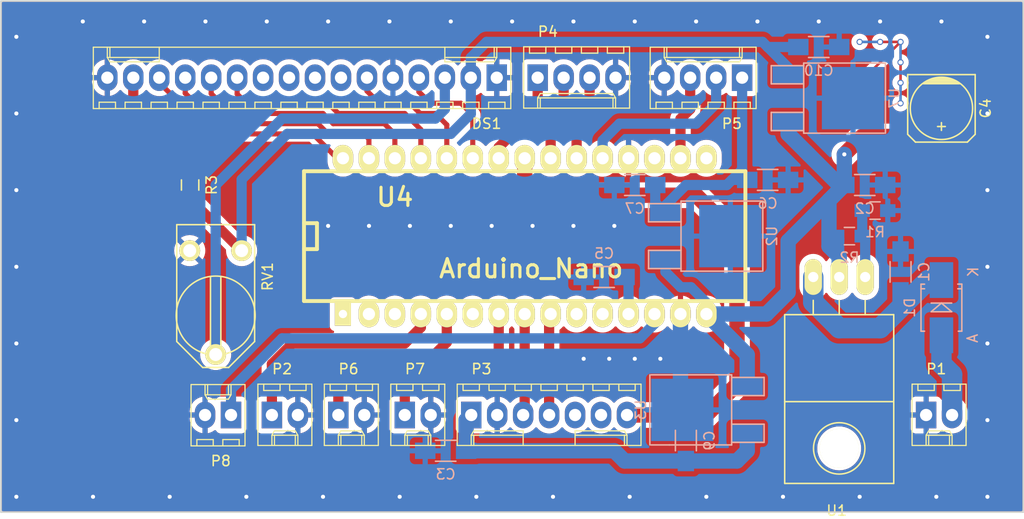
<source format=kicad_pcb>
(kicad_pcb (version 20221018) (generator pcbnew)
  (layers (0 "F.Cu" signal) (31 "B.Cu" signal) (34 "B.Paste" user) (35 "F.Paste" user) (36 "B.SilkS" user "B.Silkscreen") (37 "F.SilkS" user "F.Silkscreen") (38 "B.Mask" user) (39 "F.Mask" user) (44 "Edge.Cuts" user))
  (net 0 "")
  (net 1 "Net-(C1-Pad1)")
  (net 2 "GND")
  (net 3 "Net-(C3-Pad2)")
  (net 4 "Net-(C5-Pad1)")
  (net 5 "Net-(DS1-Pad3)")
  (net 6 "Net-(DS1-Pad4)")
  (net 7 "Net-(DS1-Pad6)")
  (net 8 "Net-(DS1-Pad11)")
  (net 9 "Net-(DS1-Pad12)")
  (net 10 "Net-(DS1-Pad13)")
  (net 11 "Net-(DS1-Pad14)")
  (net 12 "Net-(DS1-Pad15)")
  (net 13 "Net-(P3-Pad3)")
  (net 14 "Net-(P3-Pad4)")
  (net 15 "Net-(P3-Pad7)")
  (net 16 "Net-(R1-Pad1)")
  (net 17 "+8V")
  (net 18 "+5C")
  (net 19 "+5P")
  (net 20 "+12V")
  (net 21 "Net-(P8-Pad1)")
  (net 22 "Net-(P2-Pad1)")
  (net 23 "Net-(P4-Pad1)")
  (net 24 "Net-(P4-Pad2)")
  (net 25 "Net-(P4-Pad3)")
  (net 26 "Net-(P5-Pad2)")
  (net 27 "Net-(P5-Pad3)")
  (net 28 "Net-(P6-Pad1)")
  (net 29 "Net-(P7-Pad1)")
  (footprint "Capacitors_SMD:C_0805_HandSoldering" (layer "F.Cu") (at 109.5 87 -90)
    (fp_text reference "R3" (at 0 -2.1 270) (layer "F.SilkS"))
    (fp_text value "330")
    (pad "1" smd rect (at -1.25 0 270) (size 1.5 1.25) (layers "F.Cu" "F.Paste" "F.Mask") (net 12 "Net-(DS1-Pad15)"))
    (pad "2" smd rect (at 1.25 0 270) (size 1.5 1.25) (layers "F.Cu" "F.Paste" "F.Mask") (net 19 "+5P"))
  )
  (footprint "Discret:RV2X4" (layer "F.Cu") (at 112 98.5 -90)
    (fp_text reference "RV1" (at -2.54 -5.08 270) (layer "F.SilkS"))
    (fp_text value "10k")
    (pad "1" thru_hole circle (at -5.08 -2.54 270) (size 2.032 2.032) (drill 1.27) (layers "*.Cu" "*.Mask" "F.SilkS") (net 19 "+5P"))
    (pad "2" thru_hole circle (at 5.08 0 270) (size 2.032 2.032) (drill 1.27) (layers "*.Cu" "*.Mask" "F.SilkS") (net 5 "Net-(DS1-Pad3)"))
    (pad "3" thru_hole circle (at -5.08 2.54 270) (size 2.032 2.032) (drill 1.27) (layers "*.Cu" "*.Mask" "F.SilkS") (net 2 "GND"))
  )
  (footprint "arduino:arduino_nano" (layer "F.Cu") (at 143.5 92)
    (fp_text reference "U4" (at -13.97 -3.81) (layer "F.SilkS") (effects (font (size 1.778 1.778) (thickness 0.3048))))
    (fp_text value "Arduino_Nano" (at -0.635 3.175) (layer "F.SilkS") (effects (font (size 1.778 1.778) (thickness 0.3048))))
    (pad "1" thru_hole rect (at -19.05 7.62) (size 1.5748 2.286) (drill 0.8128) (layers "*.Cu" "*.Mask" "F.SilkS"))
    (pad "2" thru_hole oval (at -16.51 7.62) (size 2 2.6) (drill 1.2) (layers "*.Cu" "*.Mask" "F.SilkS"))
    (pad "3" thru_hole oval (at -13.97 7.62) (size 2 2.6) (drill 1.2) (layers "*.Cu" "*.Mask" "F.SilkS"))
    (pad "4" thru_hole oval (at -11.43 7.62) (size 2 2.6) (drill 1.2) (layers "*.Cu" "*.Mask" "F.SilkS") (net 22 "Net-(P2-Pad1)"))
    (pad "5" thru_hole oval (at -8.89 7.62) (size 2 2.6) (drill 1.2) (layers "*.Cu" "*.Mask" "F.SilkS") (net 28 "Net-(P6-Pad1)"))
    (pad "6" thru_hole oval (at -6.35 7.62) (size 2 2.6) (drill 1.2) (layers "*.Cu" "*.Mask" "F.SilkS"))
    (pad "7" thru_hole oval (at -3.81 7.62) (size 2 2.6) (drill 1.2) (layers "*.Cu" "*.Mask" "F.SilkS") (net 29 "Net-(P7-Pad1)"))
    (pad "8" thru_hole oval (at -1.27 7.62) (size 2 2.6) (drill 1.2) (layers "*.Cu" "*.Mask" "F.SilkS") (net 13 "Net-(P3-Pad3)"))
    (pad "9" thru_hole oval (at 1.27 7.62) (size 2 2.6) (drill 1.2) (layers "*.Cu" "*.Mask" "F.SilkS") (net 14 "Net-(P3-Pad4)"))
    (pad "10" thru_hole oval (at 3.81 7.62) (size 2 2.6) (drill 1.2) (layers "*.Cu" "*.Mask" "F.SilkS"))
    (pad "11" thru_hole oval (at 6.35 7.62) (size 2 2.6) (drill 1.2) (layers "*.Cu" "*.Mask" "F.SilkS"))
    (pad "12" thru_hole oval (at 8.89 7.62) (size 2 2.6) (drill 1.2) (layers "*.Cu" "*.Mask" "F.SilkS") (net 4 "Net-(C5-Pad1)"))
    (pad "13" thru_hole oval (at 11.43 7.62) (size 2 2.6) (drill 1.2) (layers "*.Cu" "*.Mask" "F.SilkS") (net 21 "Net-(P8-Pad1)"))
    (pad "14" thru_hole oval (at 13.97 7.62) (size 2 2.6) (drill 1.2) (layers "*.Cu" "*.Mask" "F.SilkS") (net 2 "GND"))
    (pad "15" thru_hole oval (at 16.51 7.62) (size 2 2.6) (drill 1.2) (layers "*.Cu" "*.Mask" "F.SilkS") (net 17 "+8V"))
    (pad "16" thru_hole oval (at 16.51 -7.62) (size 2 2.6) (drill 1.2) (layers "*.Cu" "*.Mask" "F.SilkS"))
    (pad "17" thru_hole oval (at 13.97 -7.62) (size 2 2.6) (drill 1.2) (layers "*.Cu" "*.Mask" "F.SilkS") (net 27 "Net-(P5-Pad3)"))
    (pad "18" thru_hole oval (at 11.43 -7.62) (size 2 2.6) (drill 1.2) (layers "*.Cu" "*.Mask" "F.SilkS"))
    (pad "19" thru_hole oval (at 8.89 -7.62) (size 2 2.6) (drill 1.2) (layers "*.Cu" "*.Mask" "F.SilkS") (net 2 "GND"))
    (pad "20" thru_hole oval (at 6.35 -7.62) (size 2 2.6) (drill 1.2) (layers "*.Cu" "*.Mask" "F.SilkS") (net 26 "Net-(P5-Pad2)"))
    (pad "21" thru_hole oval (at 3.81 -7.62) (size 2 2.6) (drill 1.2) (layers "*.Cu" "*.Mask" "F.SilkS") (net 25 "Net-(P4-Pad3)"))
    (pad "22" thru_hole oval (at 1.27 -7.62) (size 2 2.6) (drill 1.2) (layers "*.Cu" "*.Mask" "F.SilkS") (net 24 "Net-(P4-Pad2)"))
    (pad "23" thru_hole oval (at -1.27 -7.62) (size 2 2.6) (drill 1.2) (layers "*.Cu" "*.Mask" "F.SilkS") (net 15 "Net-(P3-Pad7)"))
    (pad "24" thru_hole oval (at -3.81 -7.62) (size 2 2.6) (drill 1.2) (layers "*.Cu" "*.Mask" "F.SilkS") (net 23 "Net-(P4-Pad1)"))
    (pad "25" thru_hole oval (at -6.35 -7.62) (size 2 2.6) (drill 1.2) (layers "*.Cu" "*.Mask" "F.SilkS") (net 6 "Net-(DS1-Pad4)"))
    (pad "26" thru_hole oval (at -8.89 -7.62) (size 2 2.6) (drill 1.2) (layers "*.Cu" "*.Mask" "F.SilkS") (net 7 "Net-(DS1-Pad6)"))
    (pad "27" thru_hole oval (at -11.43 -7.62) (size 2 2.6) (drill 1.2) (layers "*.Cu" "*.Mask" "F.SilkS") (net 8 "Net-(DS1-Pad11)"))
    (pad "28" thru_hole oval (at -13.97 -7.62) (size 2 2.6) (drill 1.2) (layers "*.Cu" "*.Mask" "F.SilkS") (net 9 "Net-(DS1-Pad12)"))
    (pad "29" thru_hole oval (at -16.51 -7.62) (size 2 2.6) (drill 1.2) (layers "*.Cu" "*.Mask" "F.SilkS") (net 10 "Net-(DS1-Pad13)"))
    (pad "30" thru_hole oval (at -19.05 -7.62) (size 2 2.6) (drill 1.2) (layers "*.Cu" "*.Mask" "F.SilkS") (net 11 "Net-(DS1-Pad14)"))
  )
  (footprint "TO_SOT_Packages_THT:TO-220_Neutral123_Horizontal_LargePads" (layer "F.Cu") (at 173 96 180)
    (fp_text reference "U1" (at 0.24892 -22.84984 180) (layer "F.SilkS"))
    (fp_text value "LM317T")
    (pad "" np_thru_hole circle (at 0 -16.764 270) (size 3.79984 3.79984) (drill 3.79984) (layers "*.Cu" "*.Mask" "F.SilkS"))
    (pad "1" thru_hole oval (at -2.54 0 270) (size 3.50012 1.69926) (drill 1.00076) (layers "*.Cu" "*.Mask" "F.SilkS") (net 16 "Net-(R1-Pad1)"))
    (pad "2" thru_hole oval (at 0 0 270) (size 3.50012 1.69926) (drill 1.00076) (layers "*.Cu" "*.Mask" "F.SilkS") (net 17 "+8V"))
    (pad "3" thru_hole oval (at 2.54 0 270) (size 3.50012 1.69926) (drill 1.00076) (layers "*.Cu" "*.Mask" "F.SilkS") (net 1 "Net-(C1-Pad1)"))
  )
  (footprint "Capacitors_SMD:c_elec_6.3x7.7" (layer "F.Cu") (at 183 79.5 -90)
    (fp_text reference "C4" (at 0 -4.318 270) (layer "F.SilkS"))
    (fp_text value "1500uF")
    (pad "1" smd rect (at 3 0 270) (size 5 2.5) (layers "F.Cu" "F.Paste" "F.Mask") (net 17 "+8V"))
    (pad "2" smd rect (at -3.5 0 270) (size 5 2.5) (layers "F.Cu" "F.Paste" "F.Mask") (net 2 "GND"))
  )
  (footprint "Connectors_Molex:Molex_KK-6410-02_02x2.54mm_Straight" (layer "F.Cu") (at 113.5 109.5 180)
    (fp_text reference "P8" (at 1 -4.5 180) (layer "F.SilkS"))
    (fp_text value "Reset")
    (pad "1" thru_hole rect (at 0 0 180) (size 2 2.6) (drill 1.2) (layers "*.Cu" "*.Mask") (net 21 "Net-(P8-Pad1)"))
    (pad "2" thru_hole oval (at 2.54 0 180) (size 2 2.6) (drill 1.2) (layers "*.Cu" "*.Mask") (net 2 "GND"))
  )
  (footprint "Connectors_Molex:Molex_KK-6410-16_16x2.54mm_Straight" (layer "F.Cu") (at 139.5 76.5 180)
    (fp_text reference "DS1" (at 1 -4.5 180) (layer "F.SilkS"))
    (fp_text value "LCD16X2")
    (pad "1" thru_hole rect (at 0 0 180) (size 2 2.6) (drill 1.2) (layers "*.Cu" "*.Mask") (net 2 "GND"))
    (pad "2" thru_hole oval (at 2.54 0 180) (size 2 2.6) (drill 1.2) (layers "*.Cu" "*.Mask") (net 19 "+5P"))
    (pad "3" thru_hole oval (at 5.08 0 180) (size 2 2.6) (drill 1.2) (layers "*.Cu" "*.Mask") (net 5 "Net-(DS1-Pad3)"))
    (pad "4" thru_hole oval (at 7.62 0 180) (size 2 2.6) (drill 1.2) (layers "*.Cu" "*.Mask") (net 6 "Net-(DS1-Pad4)"))
    (pad "5" thru_hole oval (at 10.16 0 180) (size 2 2.6) (drill 1.2) (layers "*.Cu" "*.Mask") (net 2 "GND"))
    (pad "6" thru_hole oval (at 12.7 0 180) (size 2 2.6) (drill 1.2) (layers "*.Cu" "*.Mask") (net 7 "Net-(DS1-Pad6)"))
    (pad "7" thru_hole oval (at 15.24 0 180) (size 2 2.6) (drill 1.2) (layers "*.Cu" "*.Mask"))
    (pad "8" thru_hole oval (at 17.78 0 180) (size 2 2.6) (drill 1.2) (layers "*.Cu" "*.Mask"))
    (pad "9" thru_hole oval (at 20.32 0 180) (size 2 2.6) (drill 1.2) (layers "*.Cu" "*.Mask"))
    (pad "10" thru_hole oval (at 22.86 0 180) (size 2 2.6) (drill 1.2) (layers "*.Cu" "*.Mask"))
    (pad "11" thru_hole oval (at 25.4 0 180) (size 2 2.6) (drill 1.2) (layers "*.Cu" "*.Mask") (net 8 "Net-(DS1-Pad11)"))
    (pad "12" thru_hole oval (at 27.94 0 180) (size 2 2.6) (drill 1.2) (layers "*.Cu" "*.Mask") (net 9 "Net-(DS1-Pad12)"))
    (pad "13" thru_hole oval (at 30.48 0 180) (size 2 2.6) (drill 1.2) (layers "*.Cu" "*.Mask") (net 10 "Net-(DS1-Pad13)"))
    (pad "14" thru_hole oval (at 33.02 0 180) (size 2 2.6) (drill 1.2) (layers "*.Cu" "*.Mask") (net 11 "Net-(DS1-Pad14)"))
    (pad "15" thru_hole oval (at 35.56 0 180) (size 2 2.6) (drill 1.2) (layers "*.Cu" "*.Mask") (net 12 "Net-(DS1-Pad15)"))
    (pad "16" thru_hole oval (at 38.1 0 180) (size 2 2.6) (drill 1.2) (layers "*.Cu" "*.Mask") (net 2 "GND"))
  )
  (footprint "Connectors_Molex:Molex_KK-6410-02_02x2.54mm_Straight" (layer "F.Cu") (at 181.5 109.5)
    (fp_text reference "P1" (at 1 -4.5) (layer "F.SilkS"))
    (fp_text value "12V in")
    (pad "1" thru_hole rect (at 0 0) (size 2 2.6) (drill 1.2) (layers "*.Cu" "*.Mask") (net 2 "GND"))
    (pad "2" thru_hole oval (at 2.54 0) (size 2 2.6) (drill 1.2) (layers "*.Cu" "*.Mask") (net 20 "+12V"))
  )
  (footprint "Connectors_Molex:Molex_KK-6410-02_02x2.54mm_Straight" (layer "F.Cu") (at 117.5 109.5)
    (fp_text reference "P2" (at 1 -4.5) (layer "F.SilkS"))
    (fp_text value "DWN")
    (pad "1" thru_hole rect (at 0 0) (size 2 2.6) (drill 1.2) (layers "*.Cu" "*.Mask") (net 22 "Net-(P2-Pad1)"))
    (pad "2" thru_hole oval (at 2.54 0) (size 2 2.6) (drill 1.2) (layers "*.Cu" "*.Mask") (net 2 "GND"))
  )
  (footprint "Connectors_Molex:Molex_KK-6410-07_07x2.54mm_Straight" (layer "F.Cu") (at 137 109.5)
    (fp_text reference "P3" (at 1 -4.5) (layer "F.SilkS"))
    (fp_text value "Si5351")
    (pad "1" thru_hole rect (at 0 0) (size 2 2.6) (drill 1.2) (layers "*.Cu" "*.Mask") (net 3 "Net-(C3-Pad2)"))
    (pad "2" thru_hole oval (at 2.54 0) (size 2 2.6) (drill 1.2) (layers "*.Cu" "*.Mask") (net 2 "GND"))
    (pad "3" thru_hole oval (at 5.08 0) (size 2 2.6) (drill 1.2) (layers "*.Cu" "*.Mask") (net 13 "Net-(P3-Pad3)"))
    (pad "4" thru_hole oval (at 7.62 0) (size 2 2.6) (drill 1.2) (layers "*.Cu" "*.Mask") (net 14 "Net-(P3-Pad4)"))
    (pad "5" thru_hole oval (at 10.16 0) (size 2 2.6) (drill 1.2) (layers "*.Cu" "*.Mask"))
    (pad "6" thru_hole oval (at 12.7 0) (size 2 2.6) (drill 1.2) (layers "*.Cu" "*.Mask"))
    (pad "7" thru_hole oval (at 15.24 0) (size 2 2.6) (drill 1.2) (layers "*.Cu" "*.Mask") (net 15 "Net-(P3-Pad7)"))
  )
  (footprint "Connectors_Molex:Molex_KK-6410-04_04x2.54mm_Straight" (layer "F.Cu") (at 143.5 76.5)
    (fp_text reference "P4" (at 1 -4.5) (layer "F.SilkS"))
    (fp_text value "Encoder")
    (pad "1" thru_hole rect (at 0 0) (size 2 2.6) (drill 1.2) (layers "*.Cu" "*.Mask") (net 23 "Net-(P4-Pad1)"))
    (pad "2" thru_hole oval (at 2.54 0) (size 2 2.6) (drill 1.2) (layers "*.Cu" "*.Mask") (net 24 "Net-(P4-Pad2)"))
    (pad "3" thru_hole oval (at 5.08 0) (size 2 2.6) (drill 1.2) (layers "*.Cu" "*.Mask") (net 25 "Net-(P4-Pad3)"))
    (pad "4" thru_hole oval (at 7.62 0) (size 2 2.6) (drill 1.2) (layers "*.Cu" "*.Mask") (net 2 "GND"))
  )
  (footprint "Connectors_Molex:Molex_KK-6410-04_04x2.54mm_Straight" (layer "F.Cu") (at 163.5 76.5 180)
    (fp_text reference "P5" (at 1 -4.5 180) (layer "F.SilkS"))
    (fp_text value "GPS")
    (pad "1" thru_hole rect (at 0 0 180) (size 2 2.6) (drill 1.2) (layers "*.Cu" "*.Mask") (net 18 "+5C"))
    (pad "2" thru_hole oval (at 2.54 0 180) (size 2 2.6) (drill 1.2) (layers "*.Cu" "*.Mask") (net 26 "Net-(P5-Pad2)"))
    (pad "3" thru_hole oval (at 5.08 0 180) (size 2 2.6) (drill 1.2) (layers "*.Cu" "*.Mask") (net 27 "Net-(P5-Pad3)"))
    (pad "4" thru_hole oval (at 7.62 0 180) (size 2 2.6) (drill 1.2) (layers "*.Cu" "*.Mask") (net 2 "GND"))
  )
  (footprint "Connectors_Molex:Molex_KK-6410-02_02x2.54mm_Straight" (layer "F.Cu") (at 124 109.5)
    (fp_text reference "P6" (at 1 -4.5) (layer "F.SilkS"))
    (fp_text value "UP")
    (pad "1" thru_hole rect (at 0 0) (size 2 2.6) (drill 1.2) (layers "*.Cu" "*.Mask") (net 28 "Net-(P6-Pad1)"))
    (pad "2" thru_hole oval (at 2.54 0) (size 2 2.6) (drill 1.2) (layers "*.Cu" "*.Mask") (net 2 "GND"))
  )
  (footprint "Connectors_Molex:Molex_KK-6410-02_02x2.54mm_Straight" (layer "F.Cu") (at 130.5 109.5)
    (fp_text reference "P7" (at 1 -4.5) (layer "F.SilkS"))
    (fp_text value "Band")
    (pad "1" thru_hole rect (at 0 0) (size 2 2.6) (drill 1.2) (layers "*.Cu" "*.Mask") (net 29 "Net-(P7-Pad1)"))
    (pad "2" thru_hole oval (at 2.54 0) (size 2 2.6) (drill 1.2) (layers "*.Cu" "*.Mask") (net 2 "GND"))
  )
  (footprint "Capacitors_SMD:C_1206_HandSoldering" (layer "B.Cu") (at 179 95.5 90)
    (fp_text reference "C1" (at 0 2.3 90) (layer "B.SilkS") (effects (justify mirror)))
    (fp_text value "100n")
    (pad "1" smd rect (at -2 0 90) (size 2 1.6) (layers "B.Cu" "B.Paste" "B.Mask") (net 1 "Net-(C1-Pad1)"))
    (pad "2" smd rect (at 2 0 90) (size 2 1.6) (layers "B.Cu" "B.Paste" "B.Mask") (net 2 "GND"))
  )
  (footprint "Capacitors_SMD:C_1206_HandSoldering" (layer "B.Cu") (at 175.5 87)
    (fp_text reference "C2" (at 0 2.3) (layer "B.SilkS") (effects (justify mirror)))
    (fp_text value "100n")
    (pad "1" smd rect (at -2 0) (size 2 1.6) (layers "B.Cu" "B.Paste" "B.Mask") (net 17 "+8V"))
    (pad "2" smd rect (at 2 0) (size 2 1.6) (layers "B.Cu" "B.Paste" "B.Mask") (net 2 "GND"))
  )
  (footprint "Capacitors_SMD:C_1206_HandSoldering" (layer "B.Cu") (at 134.5 113)
    (fp_text reference "C3" (at 0 2.3) (layer "B.SilkS") (effects (justify mirror)))
    (fp_text value "100n")
    (pad "1" smd rect (at -2 0) (size 2 1.6) (layers "B.Cu" "B.Paste" "B.Mask") (net 2 "GND"))
    (pad "2" smd rect (at 2 0) (size 2 1.6) (layers "B.Cu" "B.Paste" "B.Mask") (net 3 "Net-(C3-Pad2)"))
  )
  (footprint "Capacitors_SMD:C_1206_HandSoldering" (layer "B.Cu") (at 150 96 180)
    (fp_text reference "C5" (at 0 2.3 180) (layer "B.SilkS") (effects (justify mirror)))
    (fp_text value "100n")
    (pad "1" smd rect (at -2 0 180) (size 2 1.6) (layers "B.Cu" "B.Paste" "B.Mask") (net 4 "Net-(C5-Pad1)"))
    (pad "2" smd rect (at 2 0 180) (size 2 1.6) (layers "B.Cu" "B.Paste" "B.Mask") (net 2 "GND"))
  )
  (footprint "Capacitors_SMD:C_1206_HandSoldering" (layer "B.Cu") (at 166 86.5)
    (fp_text reference "C6" (at 0 2.3) (layer "B.SilkS") (effects (justify mirror)))
    (fp_text value "100n")
    (pad "1" smd rect (at -2 0) (size 2 1.6) (layers "B.Cu" "B.Paste" "B.Mask") (net 18 "+5C"))
    (pad "2" smd rect (at 2 0) (size 2 1.6) (layers "B.Cu" "B.Paste" "B.Mask") (net 2 "GND"))
  )
  (footprint "Capacitors_SMD:C_1206_HandSoldering" (layer "B.Cu") (at 153 87)
    (fp_text reference "C7" (at 0 2.3) (layer "B.SilkS") (effects (justify mirror)))
    (fp_text value "100n")
    (pad "1" smd rect (at -2 0) (size 2 1.6) (layers "B.Cu" "B.Paste" "B.Mask") (net 2 "GND"))
    (pad "2" smd rect (at 2 0) (size 2 1.6) (layers "B.Cu" "B.Paste" "B.Mask") (net 18 "+5C"))
  )
  (footprint "Capacitors_SMD:C_1206_HandSoldering" (layer "B.Cu") (at 158 112 90)
    (fp_text reference "C9" (at 0 2.3 90) (layer "B.SilkS") (effects (justify mirror)))
    (fp_text value "100n")
    (pad "1" smd rect (at -2 0 90) (size 2 1.6) (layers "B.Cu" "B.Paste" "B.Mask") (net 3 "Net-(C3-Pad2)"))
    (pad "2" smd rect (at 2 0 90) (size 2 1.6) (layers "B.Cu" "B.Paste" "B.Mask") (net 2 "GND"))
  )
  (footprint "Capacitors_SMD:C_1206_HandSoldering" (layer "B.Cu") (at 171 73.5)
    (fp_text reference "C10" (at 0 2.3) (layer "B.SilkS") (effects (justify mirror)))
    (fp_text value "100n")
    (pad "1" smd rect (at -2 0) (size 2 1.6) (layers "B.Cu" "B.Paste" "B.Mask") (net 19 "+5P"))
    (pad "2" smd rect (at 2 0) (size 2 1.6) (layers "B.Cu" "B.Paste" "B.Mask") (net 2 "GND"))
  )
  (footprint "Capacitors_SMD:C_0805_HandSoldering" (layer "B.Cu") (at 176.5 89.5)
    (fp_text reference "R1" (at 0 2.1) (layer "B.SilkS") (effects (justify mirror)))
    (fp_text value "1300")
    (pad "1" smd rect (at -1.25 0) (size 1.5 1.25) (layers "B.Cu" "B.Paste" "B.Mask") (net 16 "Net-(R1-Pad1)"))
    (pad "2" smd rect (at 1.25 0) (size 1.5 1.25) (layers "B.Cu" "B.Paste" "B.Mask") (net 2 "GND"))
  )
  (footprint "Capacitors_SMD:C_0805_HandSoldering" (layer "B.Cu") (at 174 92)
    (fp_text reference "R2" (at 0 2.1) (layer "B.SilkS") (effects (justify mirror)))
    (fp_text value "240")
    (pad "1" smd rect (at -1.25 0) (size 1.5 1.25) (layers "B.Cu" "B.Paste" "B.Mask") (net 17 "+8V"))
    (pad "2" smd rect (at 1.25 0) (size 1.5 1.25) (layers "B.Cu" "B.Paste" "B.Mask") (net 16 "Net-(R1-Pad1)"))
  )
  (footprint "TO_SOT_Packages_SMD:TO-252-2Lead" (layer "B.Cu") (at 156 92 90)
    (fp_text reference "U2" (at 0 10.414 90) (layer "B.SilkS") (effects (justify mirror)))
    (fp_text value "MC78M05CDT")
    (pad "1" smd rect (at -2.286 0 90) (size 1.651 3.048) (layers "B.Cu" "B.Paste" "B.Mask") (net 17 "+8V"))
    (pad "2" smd rect (at 0 6.35 90) (size 6.096 6.096) (layers "B.Cu" "B.Paste" "B.Mask") (net 2 "GND"))
    (pad "3" smd rect (at 2.286 0 90) (size 1.651 3.048) (layers "B.Cu" "B.Paste" "B.Mask") (net 18 "+5C"))
  )
  (footprint "TO_SOT_Packages_SMD:TO-252-2Lead" (layer "B.Cu") (at 164 109 -90)
    (fp_text reference "U3" (at 0 10.414 270) (layer "B.SilkS") (effects (justify mirror)))
    (fp_text value "MC78M05CDT")
    (pad "1" smd rect (at -2.286 0 270) (size 1.651 3.048) (layers "B.Cu" "B.Paste" "B.Mask") (net 17 "+8V"))
    (pad "2" smd rect (at 0 6.35 270) (size 6.096 6.096) (layers "B.Cu" "B.Paste" "B.Mask") (net 2 "GND"))
    (pad "3" smd rect (at 2.286 0 270) (size 1.651 3.048) (layers "B.Cu" "B.Paste" "B.Mask") (net 3 "Net-(C3-Pad2)"))
  )
  (footprint "TO_SOT_Packages_SMD:TO-252-2Lead" (layer "B.Cu") (at 168 78.5 90)
    (fp_text reference "U7" (at 0 10.414 90) (layer "B.SilkS") (effects (justify mirror)))
    (fp_text value "MC78M05CDT")
    (pad "1" smd rect (at -2.286 0 90) (size 1.651 3.048) (layers "B.Cu" "B.Paste" "B.Mask") (net 17 "+8V"))
    (pad "2" smd rect (at 0 6.35 90) (size 6.096 6.096) (layers "B.Cu" "B.Paste" "B.Mask") (net 2 "GND"))
    (pad "3" smd rect (at 2.286 0 90) (size 1.651 3.048) (layers "B.Cu" "B.Paste" "B.Mask") (net 19 "+5P"))
  )
  (footprint "Diodes_SMD:SMB_Handsoldering" (layer "B.Cu") (at 183 99 -90)
    (fp_text reference "D1" (at 0 3.1 270) (layer "B.SilkS") (effects (justify mirror)))
    (fp_text value "D_Schottky")
    (fp_text user "K" (at -3.5 -3.1 270) (layer "B.SilkS") (effects (justify mirror)))
    (fp_text user "A" (at 3 -3.05 270) (layer "B.SilkS") (effects (justify mirror)))
    (pad "1" smd rect (at -2.70002 0 270) (size 3.50012 2.30124) (layers "B.Cu" "B.Paste" "B.Mask") (net 1 "Net-(C1-Pad1)"))
    (pad "2" smd rect (at 2.70002 0 270) (size 3.50012 2.30124) (layers "B.Cu" "B.Paste" "B.Mask") (net 20 "+12V"))
  )
  (gr_line (start 191 119) (end 91 119) (stroke (width 0.15)) (layer "Edge.Cuts"))
  (gr_line (start 91 119) (end 91 69) (stroke (width 0.15)) (layer "Edge.Cuts"))
  (gr_line (start 191 69) (end 191 119) (stroke (width 0.15)) (layer "Edge.Cuts"))
  (gr_line (start 91 69) (end 191 69) (stroke (width 0.15)) (layer "Edge.Cuts"))
  (segment (start 175 77) (end 179 73) (width 0.25) (layer "F.Cu") (net 0))
  (segment (start 179 75) (end 179 77) (width 0.25) (layer "F.Cu") (net 0))
  (segment (start 175 78) (end 175 77) (width 0.25) (layer "F.Cu") (net 0))
  (segment (start 179 73) (end 177 73) (width 0.25) (layer "F.Cu") (net 0))
  (via (at 177 73) (size 0.6) (drill 0.4) (layers "F.Cu" "B.Cu") (net 0))
  (via (at 179 73) (size 0.6) (drill 0.4) (layers "F.Cu" "B.Cu") (net 0))
  (via (at 175 73) (size 0.6) (drill 0.4) (layers "F.Cu" "B.Cu") (net 0))
  (via (at 179 77) (size 0.6) (drill 0.4) (layers "F.Cu" "B.Cu") (net 0))
  (via (at 179 79) (size 0.6) (drill 0.4) (layers "F.Cu" "B.Cu") (net 0))
  (via (at 179 75) (size 0.6) (drill 0.4) (layers "F.Cu" "B.Cu") (net 0))
  (segment (start 179 73) (end 179 75) (width 0.25) (layer "B.Cu") (net 0))
  (segment (start 179 77) (end 179 79) (width 0.25) (layer "B.Cu") (net 0))
  (segment (start 177 73) (end 175 73) (width 0.25) (layer "B.Cu") (net 0))
  (segment (start 181.70002 96.29998) (end 177 101) (width 2) (layer "B.Cu") (net 1))
  (segment (start 177 101) (end 173 101) (width 2) (layer "B.Cu") (net 1))
  (segment (start 173 101) (end 170.46 98.46) (width 2) (layer "B.Cu") (net 1))
  (segment (start 170.46 98.46) (end 170.46 96) (width 2) (layer "B.Cu") (net 1))
  (segment (start 181.79998 97.5) (end 183 96.29998) (width 0.25) (layer "B.Cu") (net 1))
  (segment (start 179 98) (end 179.5 98.5) (width 0.25) (layer "B.Cu") (net 1))
  (segment (start 179.5 98.5) (end 179 97.5) (width 0.25) (layer "B.Cu") (net 1))
  (segment (start 183 96.29998) (end 181.70002 96.29998) (width 2) (layer "B.Cu") (net 1))
  (segment (start 179 97.5) (end 181.79998 97.5) (width 0.25) (layer "B.Cu") (net 1))
  (segment (start 179 97.5) (end 179 98) (width 0.25) (layer "B.Cu") (net 1))
  (segment (start 151 91) (end 147 91) (width 0.25) (layer "F.Cu") (net 2))
  (segment (start 143 91) (end 139 91) (width 0.25) (layer "F.Cu") (net 2))
  (segment (start 135 91) (end 131 91) (width 0.25) (layer "F.Cu") (net 2))
  (segment (start 127 91) (end 123 91) (width 0.25) (layer "F.Cu") (net 2))
  (segment (start 155.5 104) (end 153 104) (width 0.25) (layer "F.Cu") (net 2))
  (segment (start 150.5 104) (end 148 104) (width 0.25) (layer "F.Cu") (net 2))
  (segment (start 184 76) (end 187.5 72.5) (width 0.25) (layer "F.Cu") (net 2))
  (segment (start 187.5 80) (end 187.5 87.5) (width 0.25) (layer "F.Cu") (net 2))
  (segment (start 187.5 95) (end 187.5 102.5) (width 0.25) (layer "F.Cu") (net 2))
  (segment (start 187.5 110) (end 187.5 117.5) (width 0.25) (layer "F.Cu") (net 2))
  (segment (start 92.5 72.5) (end 92.5 80) (width 0.25) (layer "F.Cu") (net 2))
  (segment (start 92.5 87.5) (end 92.5 95) (width 0.25) (layer "F.Cu") (net 2))
  (segment (start 92.5 102.5) (end 92.5 110) (width 0.25) (layer "F.Cu") (net 2))
  (segment (start 108 109.5) (end 100 117.5) (width 0.25) (layer "F.Cu") (net 2))
  (segment (start 107.5 117.5) (end 115 117.5) (width 0.25) (layer "F.Cu") (net 2))
  (segment (start 122.5 117.5) (end 130 117.5) (width 0.25) (layer "F.Cu") (net 2))
  (segment (start 137.5 117.5) (end 145 117.5) (width 0.25) (layer "F.Cu") (net 2))
  (segment (start 152.5 117.5) (end 160 117.5) (width 0.25) (layer "F.Cu") (net 2))
  (segment (start 167.5 117.5) (end 175 117.5) (width 0.25) (layer "F.Cu") (net 2))
  (segment (start 177 71) (end 171 71) (width 0.25) (layer "F.Cu") (net 2))
  (segment (start 165 71) (end 159 71) (width 0.25) (layer "F.Cu") (net 2))
  (segment (start 153 71) (end 147 71) (width 0.25) (layer "F.Cu") (net 2))
  (segment (start 141 71) (end 135 71) (width 0.25) (layer "F.Cu") (net 2))
  (segment (start 129 71) (end 123 71) (width 0.25) (layer "F.Cu") (net 2))
  (segment (start 117 71) (end 111 71) (width 0.25) (layer "F.Cu") (net 2))
  (segment (start 105 71) (end 99 71) (width 0.25) (layer "F.Cu") (net 2))
  (segment (start 183 76) (end 183 71) (width 0.25) (layer "F.Cu") (net 2))
  (segment (start 110.96 109.5) (end 108 109.5) (width 0.25) (layer "F.Cu") (net 2))
  (segment (start 183 76) (end 184 76) (width 0.25) (layer "F.Cu") (net 2))
  (via (at 92.5 72.5) (size 0.6) (drill 0.4) (layers "F.Cu" "B.Cu") (net 2))
  (via (at 92.5 117.5) (size 0.6) (drill 0.4) (layers "F.Cu" "B.Cu") (net 2))
  (via (at 145 117.5) (size 0.6) (drill 0.4) (layers "F.Cu" "B.Cu") (net 2))
  (via (at 147 71) (size 0.6) (drill 0.4) (layers "F.Cu" "B.Cu") (net 2))
  (via (at 92.5 87.5) (size 0.6) (drill 0.4) (layers "F.Cu" "B.Cu") (net 2))
  (via (at 115 117.5) (size 0.6) (drill 0.4) (layers "F.Cu" "B.Cu") (net 2))
  (via (at 137.5 117.5) (size 0.6) (drill 0.4) (layers "F.Cu" "B.Cu") (net 2))
  (via (at 129 71) (size 0.6) (drill 0.4) (layers "F.Cu" "B.Cu") (net 2))
  (via (at 187.5 87.5) (size 0.6) (drill 0.4) (layers "F.Cu" "B.Cu") (net 2))
  (via (at 150.5 104) (size 0.6) (drill 0.4) (layers "F.Cu" "B.Cu") (net 2))
  (via (at 187.5 95) (size 0.6) (drill 0.4) (layers "F.Cu" "B.Cu") (net 2))
  (via (at 92.5 110) (size 0.6) (drill 0.4) (layers "F.Cu" "B.Cu") (net 2))
  (via (at 153 71) (size 0.6) (drill 0.4) (layers "F.Cu" "B.Cu") (net 2))
  (via (at 159 71) (size 0.6) (drill 0.4) (layers "F.Cu" "B.Cu") (net 2))
  (via (at 141 71) (size 0.6) (drill 0.4) (layers "F.Cu" "B.Cu") (net 2))
  (via (at 99 71) (size 0.6) (drill 0.4) (layers "F.Cu" "B.Cu") (net 2))
  (via (at 123 91) (size 0.6) (drill 0.4) (layers "F.Cu" "B.Cu") (net 2))
  (via (at 187.5 102.5) (size 0.6) (drill 0.4) (layers "F.Cu" "B.Cu") (net 2))
  (via (at 131 91) (size 0.6) (drill 0.4) (layers "F.Cu" "B.Cu") (net 2))
  (via (at 167.5 117.5) (size 0.6) (drill 0.4) (layers "F.Cu" "B.Cu") (net 2))
  (via (at 135 91) (size 0.6) (drill 0.4) (layers "F.Cu" "B.Cu") (net 2))
  (via (at 175 117.5) (size 0.6) (drill 0.4) (layers "F.Cu" "B.Cu") (net 2))
  (via (at 127 91) (size 0.6) (drill 0.4) (layers "F.Cu" "B.Cu") (net 2))
  (via (at 105 71) (size 0.6) (drill 0.4) (layers "F.Cu" "B.Cu") (net 2))
  (via (at 117 71) (size 0.6) (drill 0.4) (layers "F.Cu" "B.Cu") (net 2))
  (via (at 92.5 102.5) (size 0.6) (drill 0.4) (layers "F.Cu" "B.Cu") (net 2))
  (via (at 143 91) (size 0.6) (drill 0.4) (layers "F.Cu" "B.Cu") (net 2))
  (via (at 152.5 117.5) (size 0.6) (drill 0.4) (layers "F.Cu" "B.Cu") (net 2))
  (via (at 92.5 95) (size 0.6) (drill 0.4) (layers "F.Cu" "B.Cu") (net 2))
  (via (at 187.5 72.5) (size 0.6) (drill 0.4) (layers "F.Cu" "B.Cu") (net 2))
  (via (at 135 71) (size 0.6) (drill 0.4) (layers "F.Cu" "B.Cu") (net 2))
  (via (at 153 104) (size 0.6) (drill 0.4) (layers "F.Cu" "B.Cu") (net 2))
  (via (at 92.5 80) (size 0.6) (drill 0.4) (layers "F.Cu" "B.Cu") (net 2))
  (via (at 182.5 117.5) (size 0.6) (drill 0.4) (layers "F.Cu" "B.Cu") (net 2))
  (via (at 171 71) (size 0.6) (drill 0.4) (layers "F.Cu" "B.Cu") (net 2))
  (via (at 165 71) (size 0.6) (drill 0.4) (layers "F.Cu" "B.Cu") (net 2))
  (via (at 187.5 110) (size 0.6) (drill 0.4) (layers "F.Cu" "B.Cu") (net 2))
  (via (at 122.5 117.5) (size 0.6) (drill 0.4) (layers "F.Cu" "B.Cu") (net 2))
  (via (at 107.5 117.5) (size 0.6) (drill 0.4) (layers "F.Cu" "B.Cu") (net 2))
  (via (at 155.5 104) (size 0.6) (drill 0.4) (layers "F.Cu" "B.Cu") (net 2))
  (via (at 151 91) (size 0.6) (drill 0.4) (layers "F.Cu" "B.Cu") (net 2))
  (via (at 160 117.5) (size 0.6) (drill 0.4) (layers "F.Cu" "B.Cu") (net 2))
  (via (at 187.5 117.5) (size 0.6) (drill 0.4) (layers "F.Cu" "B.Cu") (net 2))
  (via (at 183 71) (size 0.6) (drill 0.4) (layers "F.Cu" "B.Cu") (net 2))
  (via (at 139 91) (size 0.6) (drill 0.4) (layers "F.Cu" "B.Cu") (net 2))
  (via (at 187.5 80) (size 0.6) (drill 0.4) (layers "F.Cu" "B.Cu") (net 2))
  (via (at 130 117.5) (size 0.6) (drill 0.4) (layers "F.Cu" "B.Cu") (net 2))
  (via (at 111 71) (size 0.6) (drill 0.4) (layers "F.Cu" "B.Cu") (net 2))
  (via (at 123 71) (size 0.6) (drill 0.4) (layers "F.Cu" "B.Cu") (net 2))
  (via (at 100 117.5) (size 0.6) (drill 0.4) (layers "F.Cu" "B.Cu") (net 2))
  (via (at 177 71) (size 0.6) (drill 0.4) (layers "F.Cu" "B.Cu") (net 2))
  (via (at 147 91) (size 0.6) (drill 0.4) (layers "F.Cu" "B.Cu") (net 2))
  (via (at 148 104) (size 0.6) (drill 0.4) (layers "F.Cu" "B.Cu") (net 2))
  (segment (start 147 91) (end 143 91) (width 0.25) (layer "B.Cu") (net 2))
  (segment (start 139 91) (end 135 91) (width 0.25) (layer "B.Cu") (net 2))
  (segment (start 131 91) (end 127 91) (width 0.25) (layer "B.Cu") (net 2))
  (segment (start 133.04 112.46) (end 132.5 113) (width 0.25) (layer "B.Cu") (net 2))
  (segment (start 158 109.35) (end 157.65 109) (width 0.25) (layer "B.Cu") (net 2))
  (segment (start 157.65 109) (end 158 110) (width 0.25) (layer "B.Cu") (net 2))
  (segment (start 157.47 108.82) (end 157.65 109) (width 1.5) (layer "B.Cu") (net 2))
  (segment (start 157.65 109) (end 158 110) (width 1.5) (layer "B.Cu") (net 2))
  (segment (start 158 106.5) (end 155.5 104) (width 0.25) (layer "B.Cu") (net 2))
  (segment (start 153 104) (end 150.5 104) (width 0.25) (layer "B.Cu") (net 2))
  (segment (start 187.5 72.5) (end 187.5 80) (width 0.25) (layer "B.Cu") (net 2))
  (segment (start 187.5 87.5) (end 187.5 95) (width 0.25) (layer "B.Cu") (net 2))
  (segment (start 187.5 102.5) (end 187.5 110) (width 0.25) (layer "B.Cu") (net 2))
  (segment (start 96.5 76.5) (end 92.5 72.5) (width 0.25) (layer "B.Cu") (net 2))
  (segment (start 92.5 80) (end 92.5 87.5) (width 0.25) (layer "B.Cu") (net 2))
  (segment (start 92.5 95) (end 92.5 102.5) (width 0.25) (layer "B.Cu") (net 2))
  (segment (start 92.5 110) (end 92.5 117.5) (width 0.25) (layer "B.Cu") (net 2))
  (segment (start 100 117.5) (end 107.5 117.5) (width 0.25) (layer "B.Cu") (net 2))
  (segment (start 115 117.5) (end 122.5 117.5) (width 0.25) (layer "B.Cu") (net 2))
  (segment (start 130 117.5) (end 137.5 117.5) (width 0.25) (layer "B.Cu") (net 2))
  (segment (start 145 117.5) (end 152.5 117.5) (width 0.25) (layer "B.Cu") (net 2))
  (segment (start 160 117.5) (end 167.5 117.5) (width 0.25) (layer "B.Cu") (net 2))
  (segment (start 175 117.5) (end 182.5 117.5) (width 0.25) (layer "B.Cu") (net 2))
  (segment (start 183 71) (end 177 71) (width 0.25) (layer "B.Cu") (net 2))
  (segment (start 171 71) (end 165 71) (width 0.25) (layer "B.Cu") (net 2))
  (segment (start 159 71) (end 153 71) (width 0.25) (layer "B.Cu") (net 2))
  (segment (start 147 71) (end 141 71) (width 0.25) (layer "B.Cu") (net 2))
  (segment (start 135 71) (end 129 71) (width 0.25) (layer "B.Cu") (net 2))
  (segment (start 123 71) (end 117 71) (width 0.25) (layer "B.Cu") (net 2))
  (segment (start 111 71) (end 105 71) (width 0.25) (layer "B.Cu") (net 2))
  (segment (start 158 110) (end 158 109.35) (width 0.25) (layer "B.Cu") (net 2))
  (segment (start 133.04 109.5) (end 133.04 112.46) (width 0.25) (layer "B.Cu") (net 2))
  (segment (start 158 110) (end 158 106.5) (width 0.25) (layer "B.Cu") (net 2))
  (segment (start 101.4 76.5) (end 96.5 76.5) (width 0.25) (layer "B.Cu") (net 2))
  (segment (start 157.47 99.62) (end 157.47 108.82) (width 1.5) (layer "B.Cu") (net 2))
  (segment (start 151 87) (end 151 91) (width 0.25) (layer "B.Cu") (net 2))
  (segment (start 136.5 110) (end 137 109.5) (width 1.5) (layer "B.Cu") (net 3))
  (segment (start 151 113) (end 152 114) (width 1.5) (layer "B.Cu") (net 3))
  (segment (start 152 114) (end 163 114) (width 1.5) (layer "B.Cu") (net 3))
  (segment (start 163 114) (end 164 113) (width 1.5) (layer "B.Cu") (net 3))
  (segment (start 164 113) (end 164 111.286) (width 1.5) (layer "B.Cu") (net 3))
  (segment (start 163 114) (end 164 113) (width 0.25) (layer "B.Cu") (net 3))
  (segment (start 164 113) (end 164 111.286) (width 0.25) (layer "B.Cu") (net 3))
  (segment (start 136.5 113) (end 136.5 110) (width 1.5) (layer "B.Cu") (net 3))
  (segment (start 136.5 113) (end 151 113) (width 1.5) (layer "B.Cu") (net 3))
  (segment (start 158 114) (end 163 114) (width 0.25) (layer "B.Cu") (net 3))
  (segment (start 152.39 96.39) (end 152 96) (width 1) (layer "B.Cu") (net 4))
  (segment (start 152.39 99.62) (end 152.39 96.39) (width 1) (layer "B.Cu") (net 4))
  (segment (start 134.42 79.58) (end 133.5 80.5) (width 1) (layer "B.Cu") (net 5))
  (segment (start 133.5 80.5) (end 118.5 80.5) (width 1) (layer "B.Cu") (net 5))
  (segment (start 118.5 80.5) (end 112 87) (width 1) (layer "B.Cu") (net 5))
  (segment (start 112 87) (end 112 103.58) (width 1) (layer "B.Cu") (net 5))
  (segment (start 134.42 76.5) (end 134.42 79.58) (width 1) (layer "B.Cu") (net 5))
  (segment (start 137.15 80.15) (end 136 79) (width 0.5) (layer "F.Cu") (net 6))
  (segment (start 136 79) (end 133 79) (width 0.5) (layer "F.Cu") (net 6))
  (segment (start 133 79) (end 131.88 77.88) (width 0.5) (layer "F.Cu") (net 6))
  (segment (start 131.88 77.88) (end 131.88 76.5) (width 0.5) (layer "F.Cu") (net 6))
  (segment (start 137.15 84.38) (end 137.15 80.15) (width 0.5) (layer "F.Cu") (net 6))
  (segment (start 134.61 81.11) (end 133.5 80) (width 0.5) (layer "F.Cu") (net 7))
  (segment (start 133.5 80) (end 132 80) (width 0.5) (layer "F.Cu") (net 7))
  (segment (start 132 80) (end 131 79) (width 0.5) (layer "F.Cu") (net 7))
  (segment (start 131 79) (end 128 79) (width 0.5) (layer "F.Cu") (net 7))
  (segment (start 128 79) (end 126.8 77.8) (width 0.5) (layer "F.Cu") (net 7))
  (segment (start 126.8 77.8) (end 126.8 76.5) (width 0.5) (layer "F.Cu") (net 7))
  (segment (start 134.61 84.38) (end 134.61 81.11) (width 0.5) (layer "F.Cu") (net 7))
  (segment (start 132.07 81.57) (end 130.5 80) (width 0.5) (layer "F.Cu") (net 8))
  (segment (start 130.5 80) (end 124 80) (width 0.5) (layer "F.Cu") (net 8))
  (segment (start 124 80) (end 123 79) (width 0.5) (layer "F.Cu") (net 8))
  (segment (start 123 79) (end 115 79) (width 0.5) (layer "F.Cu") (net 8))
  (segment (start 115 79) (end 114.1 78.1) (width 0.5) (layer "F.Cu") (net 8))
  (segment (start 114.1 78.1) (end 114.1 76.5) (width 0.5) (layer "F.Cu") (net 8))
  (segment (start 132.07 84.38) (end 132.07 81.57) (width 0.5) (layer "F.Cu") (net 8))
  (segment (start 129.53 82.03) (end 128.5 81) (width 0.5) (layer "F.Cu") (net 9))
  (segment (start 128.5 81) (end 123.5 81) (width 0.5) (layer "F.Cu") (net 9))
  (segment (start 123.5 81) (end 122.5 80) (width 0.5) (layer "F.Cu") (net 9))
  (segment (start 122.5 80) (end 113.5 80) (width 0.5) (layer "F.Cu") (net 9))
  (segment (start 113.5 80) (end 111.56 78.06) (width 0.5) (layer "F.Cu") (net 9))
  (segment (start 111.56 78.06) (end 111.56 76.5) (width 0.5) (layer "F.Cu") (net 9))
  (segment (start 129.53 84.38) (end 129.53 82.03) (width 0.5) (layer "F.Cu") (net 9))
  (segment (start 126.99 82.49) (end 126.5 82) (width 0.5) (layer "F.Cu") (net 10))
  (segment (start 126.5 82) (end 123 82) (width 0.5) (layer "F.Cu") (net 10))
  (segment (start 123 82) (end 122 81) (width 0.5) (layer "F.Cu") (net 10))
  (segment (start 122 81) (end 112 81) (width 0.5) (layer "F.Cu") (net 10))
  (segment (start 112 81) (end 109.02 78.02) (width 0.5) (layer "F.Cu") (net 10))
  (segment (start 109.02 78.02) (end 109.02 76.5) (width 0.5) (layer "F.Cu") (net 10))
  (segment (start 126.99 84.38) (end 126.99 82.49) (width 0.5) (layer "F.Cu") (net 10))
  (segment (start 123.88 84.38) (end 121.5 82) (width 0.5) (layer "F.Cu") (net 11))
  (segment (start 121.5 82) (end 111.5 82) (width 0.5) (layer "F.Cu") (net 11))
  (segment (start 111.5 82) (end 106.48 76.98) (width 0.5) (layer "F.Cu") (net 11))
  (segment (start 106.48 76.98) (end 106.48 76.5) (width 0.5) (layer "F.Cu") (net 11))
  (segment (start 124.45 84.38) (end 123.88 84.38) (width 0.5) (layer "F.Cu") (net 11))
  (segment (start 103.94 80.19) (end 109.5 85.75) (width 1) (layer "F.Cu") (net 12))
  (segment (start 103.94 76.5) (end 103.94 80.19) (width 1) (layer "F.Cu") (net 12))
  (segment (start 142.23 109.35) (end 142.08 109.5) (width 1) (layer "F.Cu") (net 13))
  (segment (start 142.23 99.62) (end 142.23 109.35) (width 1) (layer "F.Cu") (net 13))
  (segment (start 144.62 99.77) (end 144.77 99.62) (width 0.5) (layer "F.Cu") (net 14))
  (segment (start 144.62 99.77) (end 144.77 99.62) (width 1) (layer "F.Cu") (net 14))
  (segment (start 144.62 109.5) (end 144.62 99.77) (width 1) (layer "F.Cu") (net 14))
  (segment (start 160 109.5) (end 163 106.5) (width 1.5) (layer "F.Cu") (net 15))
  (segment (start 163 106.5) (end 163 92) (width 1.5) (layer "F.Cu") (net 15))
  (segment (start 163 92) (end 159 88) (width 1.5) (layer "F.Cu") (net 15))
  (segment (start 159 88) (end 143.5 88) (width 1.5) (layer "F.Cu") (net 15))
  (segment (start 143.5 88) (end 142.23 86.73) (width 1.5) (layer "F.Cu") (net 15))
  (segment (start 142.23 86.73) (end 142.23 84.38) (width 1.5) (layer "F.Cu") (net 15))
  (segment (start 152.24 109.5) (end 160 109.5) (width 1.5) (layer "F.Cu") (net 15))
  (segment (start 175.54 92.29) (end 175.25 92) (width 1) (layer "B.Cu") (net 16))
  (segment (start 175.25 89.5) (end 175 89.25) (width 1) (layer "B.Cu") (net 16))
  (segment (start 175.54 96) (end 175.54 92.29) (width 1) (layer "B.Cu") (net 16))
  (segment (start 175.25 89.5) (end 175.25 92) (width 1) (layer "B.Cu") (net 16))
  (segment (start 173.5 84) (end 175.24918 82.25082) (width 1.5) (layer "F.Cu") (net 17))
  (segment (start 175.24918 82.25082) (end 183 82.25082) (width 1.5) (layer "F.Cu") (net 17))
  (via (at 173.5 84) (size 0.6) (drill 0.4) (layers "F.Cu" "B.Cu") (net 17))
  (segment (start 160.01 98.51) (end 158.5 97) (width 1) (layer "B.Cu") (net 17))
  (segment (start 158.5 97) (end 157.5 97) (width 1) (layer "B.Cu") (net 17))
  (segment (start 157.5 97) (end 156 95.5) (width 1) (layer "B.Cu") (net 17))
  (segment (start 156 95.5) (end 156 94.286) (width 1) (layer "B.Cu") (net 17))
  (segment (start 173 94) (end 172 93) (width 1.5) (layer "B.Cu") (net 17))
  (segment (start 172 93) (end 172 88.5) (width 1.5) (layer "B.Cu") (net 17))
  (segment (start 172 88.5) (end 173.5 87) (width 1.5) (layer "B.Cu") (net 17))
  (segment (start 173 87) (end 170 84) (width 1.5) (layer "B.Cu") (net 17))
  (segment (start 168 82) (end 168 80.786) (width 1.5) (layer "B.Cu") (net 17))
  (segment (start 169.75 83.75) (end 168 82) (width 1.5) (layer "B.Cu") (net 17))
  (segment (start 170 84) (end 169.75 83.75) (width 1.5) (layer "B.Cu") (net 17))
  (segment (start 160.214 99.824) (end 160.01 99.62) (width 1.5) (layer "B.Cu") (net 17))
  (segment (start 168 92.5) (end 168 97.5) (width 1.5) (layer "B.Cu") (net 17))
  (segment (start 168 97.5) (end 165.88 99.62) (width 1.5) (layer "B.Cu") (net 17))
  (segment (start 165.88 99.62) (end 160.01 99.62) (width 1.5) (layer "B.Cu") (net 17))
  (segment (start 164 103.61) (end 160.01 99.62) (width 1.5) (layer "B.Cu") (net 17))
  (segment (start 160.01 99.62) (end 160.01 98.51) (width 1) (layer "B.Cu") (net 17))
  (segment (start 173.5 87) (end 173.5 84) (width 1.5) (layer "B.Cu") (net 17))
  (segment (start 173 96) (end 173 92.25) (width 1) (layer "B.Cu") (net 17))
  (segment (start 164 106.714) (end 164 103.61) (width 1.5) (layer "B.Cu") (net 17))
  (segment (start 173.5 87) (end 168 92.5) (width 1.5) (layer "B.Cu") (net 17))
  (segment (start 173 96) (end 173 94) (width 1.5) (layer "B.Cu") (net 17))
  (segment (start 173.5 87) (end 173 87) (width 1.5) (layer "B.Cu") (net 17))
  (segment (start 156 89) (end 158 87) (width 1) (layer "B.Cu") (net 18))
  (segment (start 158 87) (end 162 87) (width 1) (layer "B.Cu") (net 18))
  (segment (start 162 87) (end 163.5 85.5) (width 1) (layer "B.Cu") (net 18))
  (segment (start 163.5 85.5) (end 163.5 76.5) (width 1) (layer "B.Cu") (net 18))
  (segment (start 155 88.714) (end 156 89.714) (width 1) (layer "B.Cu") (net 18))
  (segment (start 162.5 86.5) (end 162 87) (width 1) (layer "B.Cu") (net 18))
  (segment (start 164 86.5) (end 162.5 86.5) (width 1) (layer "B.Cu") (net 18))
  (segment (start 156 89.714) (end 156 89) (width 1) (layer "B.Cu") (net 18))
  (segment (start 155 87) (end 155 88.714) (width 1) (layer "B.Cu") (net 18))
  (segment (start 109.5 88.38) (end 114.54 93.42) (width 1) (layer "F.Cu") (net 19))
  (segment (start 109.5 88.25) (end 109.5 88.38) (width 1) (layer "F.Cu") (net 19))
  (segment (start 168 75.5) (end 166 73.5) (width 1) (layer "B.Cu") (net 19))
  (segment (start 165.5 73) (end 138.5 73) (width 1) (layer "B.Cu") (net 19))
  (segment (start 138.5 73) (end 136.96 74.54) (width 1) (layer "B.Cu") (net 19))
  (segment (start 136.96 74.54) (end 136.96 76.5) (width 1) (layer "B.Cu") (net 19))
  (segment (start 166 73.5) (end 165.5 73) (width 1) (layer "B.Cu") (net 19))
  (segment (start 136.96 80.04) (end 135 82) (width 1) (layer "B.Cu") (net 19))
  (segment (start 135 82) (end 119 82) (width 1) (layer "B.Cu") (net 19))
  (segment (start 119 82) (end 114.54 86.46) (width 1) (layer "B.Cu") (net 19))
  (segment (start 114.54 86.46) (end 114.54 93.42) (width 1) (layer "B.Cu") (net 19))
  (segment (start 168 76.214) (end 168 75.5) (width 1) (layer "B.Cu") (net 19))
  (segment (start 169 73.5) (end 166 73.5) (width 1) (layer "B.Cu") (net 19))
  (segment (start 136.96 76.5) (end 136.96 80.04) (width 1) (layer "B.Cu") (net 19))
  (segment (start 183 104.5) (end 184.04 105.54) (width 2) (layer "B.Cu") (net 20))
  (segment (start 184.04 105.54) (end 184.04 109.5) (width 2) (layer "B.Cu") (net 20))
  (segment (start 183 101.70002) (end 183 104.5) (width 2) (layer "B.Cu") (net 20))
  (segment (start 154.93 100.57) (end 153.5 102) (width 1) (layer "B.Cu") (net 21))
  (segment (start 153.5 102) (end 118.5 102) (width 1) (layer "B.Cu") (net 21))
  (segment (start 118.5 102) (end 113.5 107) (width 1) (layer "B.Cu") (net 21))
  (segment (start 113.5 107) (end 113.5 109.5) (width 1) (layer "B.Cu") (net 21))
  (segment (start 154.93 99.62) (end 154.93 100.57) (width 1) (layer "B.Cu") (net 21))
  (segment (start 132.07 100.93) (end 130.5 102.5) (width 1) (layer "F.Cu") (net 22))
  (segment (start 130.5 102.5) (end 119.5 102.5) (width 1) (layer "F.Cu") (net 22))
  (segment (start 119.5 102.5) (end 117.5 104.5) (width 1) (layer "F.Cu") (net 22))
  (segment (start 117.5 104.5) (end 117.5 109.5) (width 1) (layer "F.Cu") (net 22))
  (segment (start 132.07 99.62) (end 132.07 100.93) (width 1) (layer "F.Cu") (net 22))
  (segment (start 140 84.07) (end 139.69 84.38) (width 0.5) (layer "F.Cu") (net 23))
  (segment (start 139.69 83.31) (end 143.5 79.5) (width 1) (layer "F.Cu") (net 23))
  (segment (start 143.5 79.5) (end 143.5 76.5) (width 1) (layer "F.Cu") (net 23))
  (segment (start 139.69 84.38) (end 139.69 83.31) (width 1) (layer "F.Cu") (net 23))
  (segment (start 144.77 80.73) (end 146.04 79.46) (width 1) (layer "F.Cu") (net 24))
  (segment (start 146.04 79.46) (end 146.04 76.5) (width 1) (layer "F.Cu") (net 24))
  (segment (start 144.77 84.38) (end 144.77 80.73) (width 1) (layer "F.Cu") (net 24))
  (segment (start 147.31 79.69) (end 148.58 78.42) (width 1) (layer "F.Cu") (net 25))
  (segment (start 148.58 78.42) (end 148.58 76.5) (width 1) (layer "F.Cu") (net 25))
  (segment (start 147.31 84.38) (end 147.31 79.69) (width 1) (layer "F.Cu") (net 25))
  (segment (start 149.85 82.65) (end 151.5 81) (width 1) (layer "B.Cu") (net 26))
  (segment (start 151.5 81) (end 159 81) (width 1) (layer "B.Cu") (net 26))
  (segment (start 159 81) (end 160.96 79.04) (width 1) (layer "B.Cu") (net 26))
  (segment (start 160.96 79.04) (end 160.96 76.5) (width 1) (layer "B.Cu") (net 26))
  (segment (start 149.85 84.38) (end 149.85 82.65) (width 1) (layer "B.Cu") (net 26))
  (segment (start 157.47 80.53) (end 158.42 79.58) (width 1) (layer "F.Cu") (net 27))
  (segment (start 158.42 79.58) (end 158.42 76.5) (width 1) (layer "F.Cu") (net 27))
  (segment (start 157.47 84.38) (end 157.47 80.53) (width 1) (layer "F.Cu") (net 27))
  (segment (start 134.61 102.39) (end 133 104) (width 1) (layer "F.Cu") (net 28))
  (segment (start 133 104) (end 126.5 104) (width 1) (layer "F.Cu") (net 28))
  (segment (start 126.5 104) (end 124 106.5) (width 1) (layer "F.Cu") (net 28))
  (segment (start 124 106.5) (end 124 109.5) (width 1) (layer "F.Cu") (net 28))
  (segment (start 134.61 99.62) (end 134.61 102.39) (width 1) (layer "F.Cu") (net 28))
  (segment (start 139.69 104.31) (end 138.5 105.5) (width 1) (layer "F.Cu") (net 29))
  (segment (start 138.5 105.5) (end 132.5 105.5) (width 1) (layer "F.Cu") (net 29))
  (segment (start 132.5 105.5) (end 130.5 107.5) (width 1) (layer "F.Cu") (net 29))
  (segment (start 130.5 107.5) (end 130.5 109.5) (width 1) (layer "F.Cu") (net 29))
  (segment (start 139.69 99.62) (end 139.69 104.31) (width 1) (layer "F.Cu") (net 29))
  (zone (net 2) (net_name "GND") (layer "F.Cu") (connect_pads (clearance 0.508)) (min_thickness 0.254) (fill yes (thermal_gap 0.508) (thermal_bridge_width 0.508))
    (polygon (pts (xy 191 119) (xy 91 119) (xy 91 69) (xy 191 69)))
  )
  (zone (net 2) (net_name "GND") (layer "B.Cu") (connect_pads (clearance 0.508)) (min_thickness 0.254) (fill yes (thermal_gap 0.508) (thermal_bridge_width 0.508))
    (polygon (pts (xy 191 119) (xy 91 119) (xy 91 69) (xy 191 69)))
  )
)
</source>
